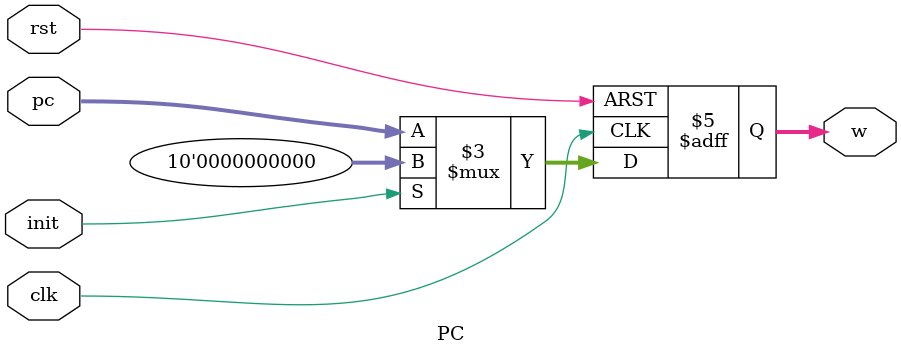
<source format=v>
`timescale 1ns/1ns
module PC(input [9:0] pc,input init,clk,rst,output reg [9:0] w);
  always @(posedge clk , posedge rst) begin
    if(rst) w <= 10'b0;
  else begin
    if(init) w<= 10'b 0;
    else w <= pc;
    end
  end
endmodule
    
     
</source>
